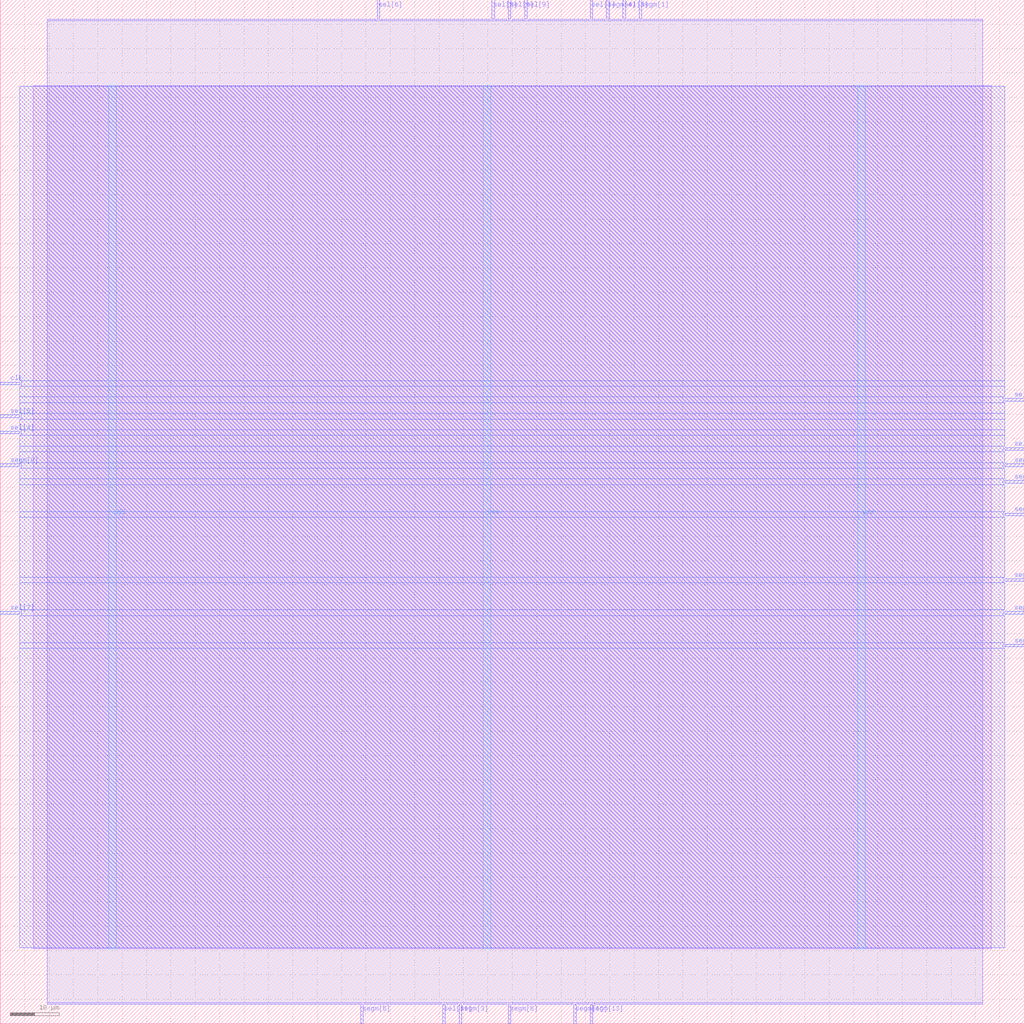
<source format=lef>
VERSION 5.7 ;
  NOWIREEXTENSIONATPIN ON ;
  DIVIDERCHAR "/" ;
  BUSBITCHARS "[]" ;
MACRO ita17
  CLASS BLOCK ;
  FOREIGN ita17 ;
  ORIGIN 0.000 0.000 ;
  SIZE 210.000 BY 210.000 ;
  PIN clk
    DIRECTION INPUT ;
    USE SIGNAL ;
    ANTENNAGATEAREA 4.738000 ;
    ANTENNADIFFAREA 0.410400 ;
    PORT
      LAYER Metal3 ;
        RECT 0.000 131.040 4.000 131.600 ;
    END
  END clk
  PIN segm[0]
    DIRECTION OUTPUT TRISTATE ;
    USE SIGNAL ;
    ANTENNADIFFAREA 4.731200 ;
    PORT
      LAYER Metal3 ;
        RECT 0.000 114.240 4.000 114.800 ;
    END
  END segm[0]
  PIN segm[10]
    DIRECTION OUTPUT TRISTATE ;
    USE SIGNAL ;
    ANTENNADIFFAREA 4.731200 ;
    PORT
      LAYER Metal2 ;
        RECT 117.600 0.000 118.160 4.000 ;
    END
  END segm[10]
  PIN segm[11]
    DIRECTION OUTPUT TRISTATE ;
    USE SIGNAL ;
    ANTENNADIFFAREA 4.731200 ;
    PORT
      LAYER Metal3 ;
        RECT 206.000 90.720 210.000 91.280 ;
    END
  END segm[11]
  PIN segm[12]
    DIRECTION OUTPUT TRISTATE ;
    USE SIGNAL ;
    ANTENNADIFFAREA 4.731200 ;
    PORT
      LAYER Metal3 ;
        RECT 206.000 110.880 210.000 111.440 ;
    END
  END segm[12]
  PIN segm[13]
    DIRECTION OUTPUT TRISTATE ;
    USE SIGNAL ;
    ANTENNADIFFAREA 4.731200 ;
    PORT
      LAYER Metal2 ;
        RECT 120.960 0.000 121.520 4.000 ;
    END
  END segm[13]
  PIN segm[1]
    DIRECTION OUTPUT TRISTATE ;
    USE SIGNAL ;
    ANTENNADIFFAREA 4.731200 ;
    PORT
      LAYER Metal2 ;
        RECT 131.040 206.000 131.600 210.000 ;
    END
  END segm[1]
  PIN segm[2]
    DIRECTION OUTPUT TRISTATE ;
    USE SIGNAL ;
    ANTENNADIFFAREA 0.360800 ;
    PORT
      LAYER Metal3 ;
        RECT 206.000 114.240 210.000 114.800 ;
    END
  END segm[2]
  PIN segm[3]
    DIRECTION OUTPUT TRISTATE ;
    USE SIGNAL ;
    ANTENNADIFFAREA 4.731200 ;
    PORT
      LAYER Metal2 ;
        RECT 94.080 0.000 94.640 4.000 ;
    END
  END segm[3]
  PIN segm[4]
    DIRECTION OUTPUT TRISTATE ;
    USE SIGNAL ;
    ANTENNADIFFAREA 4.731200 ;
    PORT
      LAYER Metal2 ;
        RECT 124.320 206.000 124.880 210.000 ;
    END
  END segm[4]
  PIN segm[5]
    DIRECTION OUTPUT TRISTATE ;
    USE SIGNAL ;
    ANTENNADIFFAREA 0.360800 ;
    PORT
      LAYER Metal2 ;
        RECT 73.920 0.000 74.480 4.000 ;
    END
  END segm[5]
  PIN segm[6]
    DIRECTION OUTPUT TRISTATE ;
    USE SIGNAL ;
    ANTENNADIFFAREA 4.731200 ;
    PORT
      LAYER Metal2 ;
        RECT 104.160 0.000 104.720 4.000 ;
    END
  END segm[6]
  PIN segm[7]
    DIRECTION OUTPUT TRISTATE ;
    USE SIGNAL ;
    ANTENNADIFFAREA 4.731200 ;
    PORT
      LAYER Metal3 ;
        RECT 206.000 104.160 210.000 104.720 ;
    END
  END segm[7]
  PIN segm[8]
    DIRECTION OUTPUT TRISTATE ;
    USE SIGNAL ;
    ANTENNADIFFAREA 4.731200 ;
    PORT
      LAYER Metal3 ;
        RECT 206.000 77.280 210.000 77.840 ;
    END
  END segm[8]
  PIN segm[9]
    DIRECTION OUTPUT TRISTATE ;
    USE SIGNAL ;
    ANTENNADIFFAREA 4.731200 ;
    PORT
      LAYER Metal3 ;
        RECT 206.000 84.000 210.000 84.560 ;
    END
  END segm[9]
  PIN sel[0]
    DIRECTION OUTPUT TRISTATE ;
    USE SIGNAL ;
    ANTENNADIFFAREA 4.731200 ;
    PORT
      LAYER Metal2 ;
        RECT 104.160 206.000 104.720 210.000 ;
    END
  END sel[0]
  PIN sel[10]
    DIRECTION OUTPUT TRISTATE ;
    USE SIGNAL ;
    ANTENNADIFFAREA 4.731200 ;
    PORT
      LAYER Metal3 ;
        RECT 206.000 117.600 210.000 118.160 ;
    END
  END sel[10]
  PIN sel[11]
    DIRECTION OUTPUT TRISTATE ;
    USE SIGNAL ;
    ANTENNADIFFAREA 4.731200 ;
    PORT
      LAYER Metal2 ;
        RECT 90.720 0.000 91.280 4.000 ;
    END
  END sel[11]
  PIN sel[1]
    DIRECTION OUTPUT TRISTATE ;
    USE SIGNAL ;
    ANTENNADIFFAREA 4.731200 ;
    PORT
      LAYER Metal2 ;
        RECT 120.960 206.000 121.520 210.000 ;
    END
  END sel[1]
  PIN sel[2]
    DIRECTION OUTPUT TRISTATE ;
    USE SIGNAL ;
    ANTENNADIFFAREA 4.731200 ;
    PORT
      LAYER Metal3 ;
        RECT 206.000 127.680 210.000 128.240 ;
    END
  END sel[2]
  PIN sel[3]
    DIRECTION OUTPUT TRISTATE ;
    USE SIGNAL ;
    ANTENNADIFFAREA 4.731200 ;
    PORT
      LAYER Metal2 ;
        RECT 127.680 206.000 128.240 210.000 ;
    END
  END sel[3]
  PIN sel[4]
    DIRECTION OUTPUT TRISTATE ;
    USE SIGNAL ;
    ANTENNADIFFAREA 4.731200 ;
    PORT
      LAYER Metal3 ;
        RECT 0.000 120.960 4.000 121.520 ;
    END
  END sel[4]
  PIN sel[5]
    DIRECTION OUTPUT TRISTATE ;
    USE SIGNAL ;
    ANTENNADIFFAREA 4.731200 ;
    PORT
      LAYER Metal3 ;
        RECT 0.000 124.320 4.000 124.880 ;
    END
  END sel[5]
  PIN sel[6]
    DIRECTION OUTPUT TRISTATE ;
    USE SIGNAL ;
    ANTENNADIFFAREA 4.731200 ;
    PORT
      LAYER Metal2 ;
        RECT 77.280 206.000 77.840 210.000 ;
    END
  END sel[6]
  PIN sel[7]
    DIRECTION OUTPUT TRISTATE ;
    USE SIGNAL ;
    ANTENNADIFFAREA 4.731200 ;
    PORT
      LAYER Metal3 ;
        RECT 0.000 84.000 4.000 84.560 ;
    END
  END sel[7]
  PIN sel[8]
    DIRECTION OUTPUT TRISTATE ;
    USE SIGNAL ;
    ANTENNADIFFAREA 4.731200 ;
    PORT
      LAYER Metal2 ;
        RECT 100.800 206.000 101.360 210.000 ;
    END
  END sel[8]
  PIN sel[9]
    DIRECTION OUTPUT TRISTATE ;
    USE SIGNAL ;
    ANTENNADIFFAREA 4.731200 ;
    PORT
      LAYER Metal2 ;
        RECT 107.520 206.000 108.080 210.000 ;
    END
  END sel[9]
  PIN vdd
    DIRECTION INOUT ;
    USE POWER ;
    PORT
      LAYER Metal4 ;
        RECT 22.240 15.380 23.840 192.380 ;
    END
    PORT
      LAYER Metal4 ;
        RECT 175.840 15.380 177.440 192.380 ;
    END
  END vdd
  PIN vss
    DIRECTION INOUT ;
    USE GROUND ;
    PORT
      LAYER Metal4 ;
        RECT 99.040 15.380 100.640 192.380 ;
    END
  END vss
  OBS
      LAYER Metal1 ;
        RECT 6.720 15.380 203.280 192.380 ;
      LAYER Metal2 ;
        RECT 9.660 205.700 76.980 206.000 ;
        RECT 78.140 205.700 100.500 206.000 ;
        RECT 101.660 205.700 103.860 206.000 ;
        RECT 105.020 205.700 107.220 206.000 ;
        RECT 108.380 205.700 120.660 206.000 ;
        RECT 121.820 205.700 124.020 206.000 ;
        RECT 125.180 205.700 127.380 206.000 ;
        RECT 128.540 205.700 130.740 206.000 ;
        RECT 131.900 205.700 201.460 206.000 ;
        RECT 9.660 4.300 201.460 205.700 ;
        RECT 9.660 4.000 73.620 4.300 ;
        RECT 74.780 4.000 90.420 4.300 ;
        RECT 91.580 4.000 93.780 4.300 ;
        RECT 94.940 4.000 103.860 4.300 ;
        RECT 105.020 4.000 117.300 4.300 ;
        RECT 118.460 4.000 120.660 4.300 ;
        RECT 121.820 4.000 201.460 4.300 ;
      LAYER Metal3 ;
        RECT 4.000 131.900 206.000 192.220 ;
        RECT 4.300 130.740 206.000 131.900 ;
        RECT 4.000 128.540 206.000 130.740 ;
        RECT 4.000 127.380 205.700 128.540 ;
        RECT 4.000 125.180 206.000 127.380 ;
        RECT 4.300 124.020 206.000 125.180 ;
        RECT 4.000 121.820 206.000 124.020 ;
        RECT 4.300 120.660 206.000 121.820 ;
        RECT 4.000 118.460 206.000 120.660 ;
        RECT 4.000 117.300 205.700 118.460 ;
        RECT 4.000 115.100 206.000 117.300 ;
        RECT 4.300 113.940 205.700 115.100 ;
        RECT 4.000 111.740 206.000 113.940 ;
        RECT 4.000 110.580 205.700 111.740 ;
        RECT 4.000 105.020 206.000 110.580 ;
        RECT 4.000 103.860 205.700 105.020 ;
        RECT 4.000 91.580 206.000 103.860 ;
        RECT 4.000 90.420 205.700 91.580 ;
        RECT 4.000 84.860 206.000 90.420 ;
        RECT 4.300 83.700 205.700 84.860 ;
        RECT 4.000 78.140 206.000 83.700 ;
        RECT 4.000 76.980 205.700 78.140 ;
        RECT 4.000 15.540 206.000 76.980 ;
  END
END ita17
END LIBRARY


</source>
